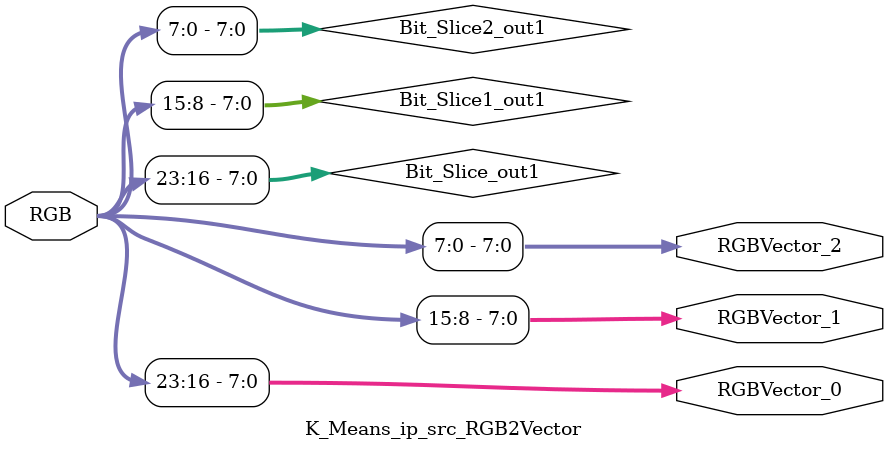
<source format=v>



`timescale 1 ns / 1 ns

module K_Means_ip_src_RGB2Vector
          (RGB,
           RGBVector_0,
           RGBVector_1,
           RGBVector_2);


  input   [31:0] RGB;  // uint32
  output  [7:0] RGBVector_0;  // uint8
  output  [7:0] RGBVector_1;  // uint8
  output  [7:0] RGBVector_2;  // uint8


  wire [7:0] Bit_Slice_out1;  // uint8
  wire [7:0] Bit_Slice1_out1;  // uint8
  wire [7:0] Bit_Slice2_out1;  // uint8

  // RGB represented in
  // 32'hFFRRGGBB


  assign Bit_Slice_out1 = RGB[23:16];



  assign RGBVector_0 = Bit_Slice_out1;

  assign Bit_Slice1_out1 = RGB[15:8];



  assign RGBVector_1 = Bit_Slice1_out1;

  assign Bit_Slice2_out1 = RGB[7:0];



  assign RGBVector_2 = Bit_Slice2_out1;

endmodule  // K_Means_ip_src_RGB2Vector


</source>
